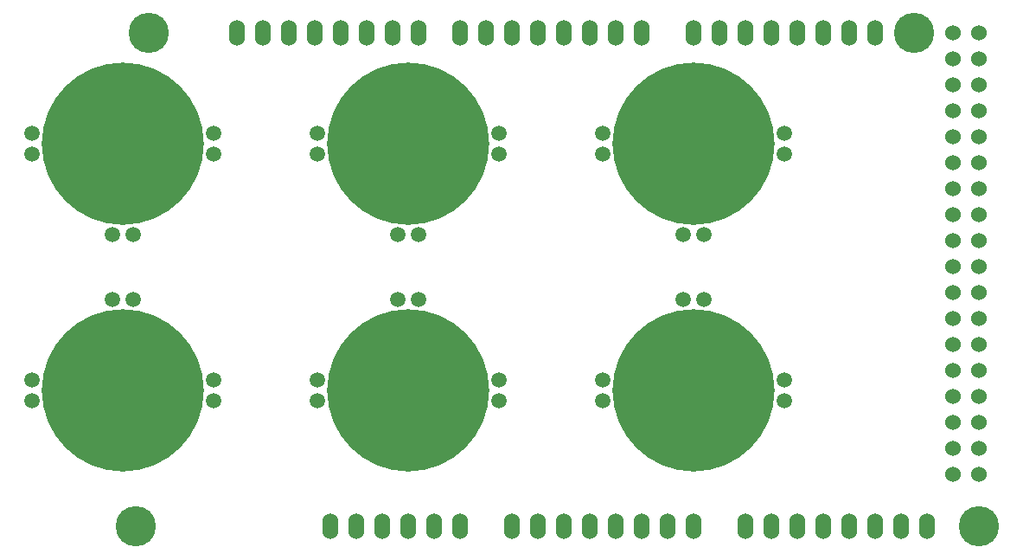
<source format=gbs>
G04 #@! TF.GenerationSoftware,KiCad,Pcbnew,(5.0.0)*
G04 #@! TF.CreationDate,2019-04-25T23:48:33-07:00*
G04 #@! TF.ProjectId,Arduino_Mega_6x,41726475696E6F5F4D6567615F36782E,rev?*
G04 #@! TF.SameCoordinates,Original*
G04 #@! TF.FileFunction,Soldermask,Bot*
G04 #@! TF.FilePolarity,Negative*
%FSLAX46Y46*%
G04 Gerber Fmt 4.6, Leading zero omitted, Abs format (unit mm)*
G04 Created by KiCad (PCBNEW (5.0.0)) date 04/25/19 23:48:33*
%MOMM*%
%LPD*%
G01*
G04 APERTURE LIST*
%ADD10O,1.524000X2.540000*%
%ADD11C,3.937000*%
%ADD12C,1.524000*%
%ADD13C,15.875000*%
%ADD14C,1.500000*%
G04 APERTURE END LIST*
D10*
G04 #@! TO.C,SHIELD1*
X265430000Y-36830000D03*
X267970000Y-36830000D03*
X270510000Y-36830000D03*
X273050000Y-36830000D03*
X275590000Y-36830000D03*
X278130000Y-36830000D03*
X280670000Y-36830000D03*
X283210000Y-36830000D03*
X288290000Y-85090000D03*
X285750000Y-85090000D03*
X283210000Y-85090000D03*
X280670000Y-85090000D03*
X270510000Y-85090000D03*
X265430000Y-85090000D03*
X262890000Y-85090000D03*
X273050000Y-85090000D03*
X275590000Y-85090000D03*
X278130000Y-85090000D03*
X260350000Y-85090000D03*
X257810000Y-85090000D03*
X255270000Y-85090000D03*
X247650000Y-85090000D03*
X250190000Y-85090000D03*
X252730000Y-85090000D03*
X242570000Y-85090000D03*
X240030000Y-85090000D03*
X237490000Y-85090000D03*
X232410000Y-85090000D03*
X229870000Y-85090000D03*
X260350000Y-36830000D03*
X257810000Y-36830000D03*
X255270000Y-36830000D03*
X252730000Y-36830000D03*
X250190000Y-36830000D03*
X247650000Y-36830000D03*
X245110000Y-36830000D03*
X242570000Y-36830000D03*
X238506000Y-36830000D03*
X235966000Y-36830000D03*
X233426000Y-36830000D03*
X230886000Y-36830000D03*
X228346000Y-36830000D03*
X225806000Y-36830000D03*
X223266000Y-36830000D03*
X220726000Y-36830000D03*
X234950000Y-85090000D03*
D11*
X293370000Y-85090000D03*
X287020000Y-36830000D03*
X212090000Y-36830000D03*
X210820000Y-85090000D03*
D12*
X290830000Y-39370000D03*
X293370000Y-39370000D03*
X290830000Y-41910000D03*
X293370000Y-41910000D03*
X290830000Y-44450000D03*
X293370000Y-44450000D03*
X290830000Y-46990000D03*
X293370000Y-46990000D03*
X290830000Y-36830000D03*
X293370000Y-36830000D03*
X293370000Y-49530000D03*
X290830000Y-49530000D03*
X290830000Y-52070000D03*
X293370000Y-52070000D03*
X290830000Y-54610000D03*
X293370000Y-54610000D03*
X290830000Y-57150000D03*
X293370000Y-57150000D03*
X290830000Y-59690000D03*
X293370000Y-59690000D03*
X290830000Y-62230000D03*
X293370000Y-62230000D03*
X290830000Y-64770000D03*
X293370000Y-64770000D03*
X290830000Y-67310000D03*
X293370000Y-67310000D03*
X290830000Y-69850000D03*
X293370000Y-69850000D03*
X290830000Y-72390000D03*
X293370000Y-72390000D03*
X290830000Y-74930000D03*
X293370000Y-74930000D03*
X290830000Y-77470000D03*
X293370000Y-77470000D03*
X290830000Y-80010000D03*
X293370000Y-80010000D03*
G04 #@! TD*
D13*
G04 #@! TO.C,U1*
X209550000Y-47625000D03*
D14*
X218440000Y-48628300D03*
X210553300Y-56515000D03*
X208546700Y-56515000D03*
X218440000Y-46621700D03*
X200660000Y-48628300D03*
X200660000Y-46621700D03*
G04 #@! TD*
D13*
G04 #@! TO.C,U3*
X265430000Y-47625000D03*
D14*
X274320000Y-48628300D03*
X266433300Y-56515000D03*
X264426700Y-56515000D03*
X274320000Y-46621700D03*
X256540000Y-48628300D03*
X256540000Y-46621700D03*
G04 #@! TD*
D13*
G04 #@! TO.C,U2*
X237490000Y-47625000D03*
D14*
X246380000Y-48628300D03*
X238493300Y-56515000D03*
X236486700Y-56515000D03*
X246380000Y-46621700D03*
X228600000Y-48628300D03*
X228600000Y-46621700D03*
G04 #@! TD*
D13*
G04 #@! TO.C,U4*
X209550000Y-71755000D03*
D14*
X200660000Y-70751700D03*
X208546700Y-62865000D03*
X210553300Y-62865000D03*
X200660000Y-72758300D03*
X218440000Y-70751700D03*
X218440000Y-72758300D03*
G04 #@! TD*
D13*
G04 #@! TO.C,U5*
X237490000Y-71755000D03*
D14*
X228600000Y-70751700D03*
X236486700Y-62865000D03*
X238493300Y-62865000D03*
X228600000Y-72758300D03*
X246380000Y-70751700D03*
X246380000Y-72758300D03*
G04 #@! TD*
D13*
G04 #@! TO.C,U6*
X265430000Y-71755000D03*
D14*
X256540000Y-70751700D03*
X264426700Y-62865000D03*
X266433300Y-62865000D03*
X256540000Y-72758300D03*
X274320000Y-70751700D03*
X274320000Y-72758300D03*
G04 #@! TD*
M02*

</source>
